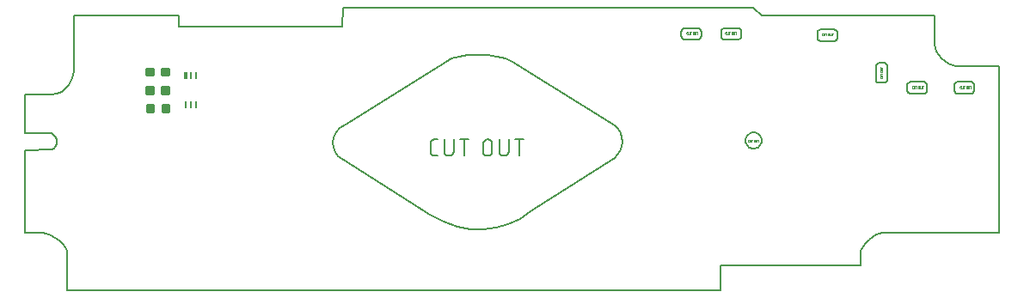
<source format=gbp>
G75*
%MOIN*%
%OFA0B0*%
%FSLAX25Y25*%
%IPPOS*%
%LPD*%
%AMOC8*
5,1,8,0,0,1.08239X$1,22.5*
%
%ADD10C,0.00600*%
%ADD11C,0.00500*%
%ADD12C,0.00800*%
%ADD13C,0.00000*%
%ADD14C,0.00875*%
%ADD15R,0.01181X0.02765*%
%ADD16R,0.00984X0.02765*%
D10*
X0021423Y0038877D02*
X0021423Y0053068D01*
X0021193Y0054223D01*
X0020546Y0055511D01*
X0019546Y0056843D01*
X0018260Y0058131D01*
X0016751Y0059287D01*
X0015086Y0060221D01*
X0013329Y0060847D01*
X0011546Y0061075D01*
X0005020Y0061075D01*
X0005020Y0093285D01*
X0015209Y0093363D01*
X0016100Y0093845D01*
X0016736Y0094600D01*
X0017115Y0095536D01*
X0017240Y0096561D01*
X0017110Y0097585D01*
X0016728Y0098513D01*
X0016094Y0099256D01*
X0015209Y0099720D01*
X0005020Y0099735D01*
X0005020Y0114803D02*
X0015209Y0114803D01*
X0017371Y0115090D01*
X0019206Y0115887D01*
X0020725Y0117096D01*
X0021940Y0118620D01*
X0022864Y0120362D01*
X0023509Y0122225D01*
X0023887Y0124111D01*
X0024010Y0125924D01*
X0024010Y0145461D01*
X0064482Y0145461D02*
X0064482Y0141013D01*
X0127898Y0141164D01*
X0128159Y0148568D01*
X0287331Y0148568D01*
X0290523Y0145461D01*
X0357569Y0145461D01*
X0357592Y0134183D01*
X0357824Y0132969D01*
X0358388Y0131631D01*
X0359236Y0130256D01*
X0360319Y0128933D01*
X0361589Y0127750D01*
X0362996Y0126796D01*
X0364493Y0126160D01*
X0366029Y0125929D01*
X0366305Y0125935D01*
X0382514Y0125924D01*
X0382514Y0061075D01*
X0337320Y0061075D01*
X0336330Y0060907D01*
X0335071Y0060421D01*
X0333666Y0059641D01*
X0332239Y0058595D01*
X0330914Y0057307D01*
X0329814Y0055804D01*
X0329064Y0054111D01*
X0328786Y0052254D01*
X0328786Y0048361D01*
X0274578Y0048361D01*
X0274578Y0038877D01*
X0021423Y0038877D01*
X0126410Y0090966D02*
X0127945Y0089783D01*
X0161985Y0068189D01*
X0167243Y0065449D01*
X0172474Y0063607D01*
X0177638Y0062628D01*
X0182694Y0062478D01*
X0187600Y0063119D01*
X0192316Y0064518D01*
X0196799Y0066639D01*
X0201009Y0069447D01*
X0233615Y0090159D01*
X0234698Y0091402D01*
X0235563Y0092915D01*
X0236162Y0094612D01*
X0236449Y0096404D01*
X0236379Y0098204D01*
X0235903Y0099923D01*
X0234977Y0101475D01*
X0233553Y0102771D01*
X0193820Y0127595D01*
X0191312Y0128804D01*
X0188092Y0129643D01*
X0184420Y0130126D01*
X0180556Y0130263D01*
X0176760Y0130067D01*
X0173294Y0129549D01*
X0170418Y0128721D01*
X0168391Y0127595D01*
X0129125Y0103236D01*
X0127037Y0101738D01*
X0125577Y0099993D01*
X0124709Y0098097D01*
X0124394Y0096150D01*
X0124597Y0094247D01*
X0125282Y0092486D01*
X0126410Y0090966D01*
X0162217Y0092431D02*
X0162217Y0095986D01*
X0162219Y0096060D01*
X0162225Y0096135D01*
X0162235Y0096208D01*
X0162248Y0096282D01*
X0162265Y0096354D01*
X0162287Y0096425D01*
X0162311Y0096496D01*
X0162340Y0096564D01*
X0162372Y0096632D01*
X0162408Y0096697D01*
X0162446Y0096760D01*
X0162489Y0096822D01*
X0162534Y0096881D01*
X0162582Y0096937D01*
X0162633Y0096992D01*
X0162687Y0097043D01*
X0162744Y0097091D01*
X0162803Y0097136D01*
X0162865Y0097179D01*
X0162928Y0097217D01*
X0162993Y0097253D01*
X0163061Y0097285D01*
X0163129Y0097314D01*
X0163200Y0097338D01*
X0163271Y0097360D01*
X0163343Y0097377D01*
X0163417Y0097390D01*
X0163490Y0097400D01*
X0163565Y0097406D01*
X0163639Y0097408D01*
X0165061Y0097408D01*
X0167566Y0097408D02*
X0167566Y0092786D01*
X0167568Y0092703D01*
X0167574Y0092620D01*
X0167584Y0092537D01*
X0167597Y0092454D01*
X0167615Y0092373D01*
X0167636Y0092292D01*
X0167661Y0092213D01*
X0167690Y0092135D01*
X0167722Y0092058D01*
X0167758Y0091983D01*
X0167797Y0091909D01*
X0167840Y0091838D01*
X0167886Y0091768D01*
X0167936Y0091701D01*
X0167988Y0091636D01*
X0168043Y0091574D01*
X0168102Y0091514D01*
X0168163Y0091457D01*
X0168226Y0091403D01*
X0168292Y0091352D01*
X0168361Y0091305D01*
X0168431Y0091260D01*
X0168504Y0091219D01*
X0168578Y0091182D01*
X0168654Y0091147D01*
X0168732Y0091117D01*
X0168810Y0091090D01*
X0168891Y0091067D01*
X0168972Y0091047D01*
X0169054Y0091032D01*
X0169136Y0091020D01*
X0169219Y0091012D01*
X0169302Y0091008D01*
X0169386Y0091008D01*
X0169469Y0091012D01*
X0169552Y0091020D01*
X0169634Y0091032D01*
X0169716Y0091047D01*
X0169797Y0091067D01*
X0169878Y0091090D01*
X0169956Y0091117D01*
X0170034Y0091147D01*
X0170110Y0091182D01*
X0170184Y0091219D01*
X0170257Y0091260D01*
X0170327Y0091305D01*
X0170396Y0091352D01*
X0170462Y0091403D01*
X0170525Y0091457D01*
X0170586Y0091514D01*
X0170645Y0091574D01*
X0170700Y0091636D01*
X0170752Y0091701D01*
X0170802Y0091768D01*
X0170848Y0091838D01*
X0170891Y0091909D01*
X0170930Y0091983D01*
X0170966Y0092058D01*
X0170998Y0092135D01*
X0171027Y0092213D01*
X0171052Y0092292D01*
X0171073Y0092373D01*
X0171091Y0092454D01*
X0171104Y0092537D01*
X0171114Y0092620D01*
X0171120Y0092703D01*
X0171122Y0092786D01*
X0171121Y0092786D02*
X0171121Y0097408D01*
X0173515Y0097408D02*
X0177070Y0097408D01*
X0175292Y0097408D02*
X0175292Y0091008D01*
X0182541Y0092786D02*
X0182541Y0095631D01*
X0182540Y0095631D02*
X0182542Y0095714D01*
X0182548Y0095797D01*
X0182558Y0095880D01*
X0182571Y0095963D01*
X0182589Y0096044D01*
X0182610Y0096125D01*
X0182635Y0096204D01*
X0182664Y0096282D01*
X0182696Y0096359D01*
X0182732Y0096434D01*
X0182771Y0096508D01*
X0182814Y0096579D01*
X0182860Y0096649D01*
X0182910Y0096716D01*
X0182962Y0096781D01*
X0183017Y0096843D01*
X0183076Y0096903D01*
X0183137Y0096960D01*
X0183200Y0097014D01*
X0183266Y0097065D01*
X0183335Y0097112D01*
X0183405Y0097157D01*
X0183478Y0097198D01*
X0183552Y0097235D01*
X0183628Y0097270D01*
X0183706Y0097300D01*
X0183784Y0097327D01*
X0183865Y0097350D01*
X0183946Y0097370D01*
X0184028Y0097385D01*
X0184110Y0097397D01*
X0184193Y0097405D01*
X0184276Y0097409D01*
X0184360Y0097409D01*
X0184443Y0097405D01*
X0184526Y0097397D01*
X0184608Y0097385D01*
X0184690Y0097370D01*
X0184771Y0097350D01*
X0184852Y0097327D01*
X0184930Y0097300D01*
X0185008Y0097270D01*
X0185084Y0097235D01*
X0185158Y0097198D01*
X0185231Y0097157D01*
X0185301Y0097112D01*
X0185370Y0097065D01*
X0185436Y0097014D01*
X0185499Y0096960D01*
X0185560Y0096903D01*
X0185619Y0096843D01*
X0185674Y0096781D01*
X0185726Y0096716D01*
X0185776Y0096649D01*
X0185822Y0096579D01*
X0185865Y0096508D01*
X0185904Y0096434D01*
X0185940Y0096359D01*
X0185972Y0096282D01*
X0186001Y0096204D01*
X0186026Y0096125D01*
X0186047Y0096044D01*
X0186065Y0095963D01*
X0186078Y0095880D01*
X0186088Y0095797D01*
X0186094Y0095714D01*
X0186096Y0095631D01*
X0186096Y0092786D01*
X0186094Y0092703D01*
X0186088Y0092620D01*
X0186078Y0092537D01*
X0186065Y0092454D01*
X0186047Y0092373D01*
X0186026Y0092292D01*
X0186001Y0092213D01*
X0185972Y0092135D01*
X0185940Y0092058D01*
X0185904Y0091983D01*
X0185865Y0091909D01*
X0185822Y0091838D01*
X0185776Y0091768D01*
X0185726Y0091701D01*
X0185674Y0091636D01*
X0185619Y0091574D01*
X0185560Y0091514D01*
X0185499Y0091457D01*
X0185436Y0091403D01*
X0185370Y0091352D01*
X0185301Y0091305D01*
X0185231Y0091260D01*
X0185158Y0091219D01*
X0185084Y0091182D01*
X0185008Y0091147D01*
X0184930Y0091117D01*
X0184852Y0091090D01*
X0184771Y0091067D01*
X0184690Y0091047D01*
X0184608Y0091032D01*
X0184526Y0091020D01*
X0184443Y0091012D01*
X0184360Y0091008D01*
X0184276Y0091008D01*
X0184193Y0091012D01*
X0184110Y0091020D01*
X0184028Y0091032D01*
X0183946Y0091047D01*
X0183865Y0091067D01*
X0183784Y0091090D01*
X0183706Y0091117D01*
X0183628Y0091147D01*
X0183552Y0091182D01*
X0183478Y0091219D01*
X0183405Y0091260D01*
X0183335Y0091305D01*
X0183266Y0091352D01*
X0183200Y0091403D01*
X0183137Y0091457D01*
X0183076Y0091514D01*
X0183017Y0091574D01*
X0182962Y0091636D01*
X0182910Y0091701D01*
X0182860Y0091768D01*
X0182814Y0091838D01*
X0182771Y0091909D01*
X0182732Y0091983D01*
X0182696Y0092058D01*
X0182664Y0092135D01*
X0182635Y0092213D01*
X0182610Y0092292D01*
X0182589Y0092373D01*
X0182571Y0092454D01*
X0182558Y0092537D01*
X0182548Y0092620D01*
X0182542Y0092703D01*
X0182540Y0092786D01*
X0188900Y0092786D02*
X0188900Y0097408D01*
X0192455Y0097408D02*
X0192455Y0092786D01*
X0192456Y0092786D02*
X0192454Y0092703D01*
X0192448Y0092620D01*
X0192438Y0092537D01*
X0192425Y0092454D01*
X0192407Y0092373D01*
X0192386Y0092292D01*
X0192361Y0092213D01*
X0192332Y0092135D01*
X0192300Y0092058D01*
X0192264Y0091983D01*
X0192225Y0091909D01*
X0192182Y0091838D01*
X0192136Y0091768D01*
X0192086Y0091701D01*
X0192034Y0091636D01*
X0191979Y0091574D01*
X0191920Y0091514D01*
X0191859Y0091457D01*
X0191796Y0091403D01*
X0191730Y0091352D01*
X0191661Y0091305D01*
X0191591Y0091260D01*
X0191518Y0091219D01*
X0191444Y0091182D01*
X0191368Y0091147D01*
X0191290Y0091117D01*
X0191212Y0091090D01*
X0191131Y0091067D01*
X0191050Y0091047D01*
X0190968Y0091032D01*
X0190886Y0091020D01*
X0190803Y0091012D01*
X0190720Y0091008D01*
X0190636Y0091008D01*
X0190553Y0091012D01*
X0190470Y0091020D01*
X0190388Y0091032D01*
X0190306Y0091047D01*
X0190225Y0091067D01*
X0190144Y0091090D01*
X0190066Y0091117D01*
X0189988Y0091147D01*
X0189912Y0091182D01*
X0189838Y0091219D01*
X0189765Y0091260D01*
X0189695Y0091305D01*
X0189626Y0091352D01*
X0189560Y0091403D01*
X0189497Y0091457D01*
X0189436Y0091514D01*
X0189377Y0091574D01*
X0189322Y0091636D01*
X0189270Y0091701D01*
X0189220Y0091768D01*
X0189174Y0091838D01*
X0189131Y0091909D01*
X0189092Y0091983D01*
X0189056Y0092058D01*
X0189024Y0092135D01*
X0188995Y0092213D01*
X0188970Y0092292D01*
X0188949Y0092373D01*
X0188931Y0092454D01*
X0188918Y0092537D01*
X0188908Y0092620D01*
X0188902Y0092703D01*
X0188900Y0092786D01*
X0194849Y0097408D02*
X0198404Y0097408D01*
X0196626Y0097408D02*
X0196626Y0091008D01*
X0165061Y0091008D02*
X0163639Y0091008D01*
X0163639Y0091009D02*
X0163565Y0091011D01*
X0163490Y0091017D01*
X0163417Y0091027D01*
X0163343Y0091040D01*
X0163271Y0091057D01*
X0163200Y0091079D01*
X0163129Y0091103D01*
X0163061Y0091132D01*
X0162993Y0091164D01*
X0162928Y0091200D01*
X0162865Y0091238D01*
X0162803Y0091281D01*
X0162744Y0091326D01*
X0162687Y0091374D01*
X0162633Y0091425D01*
X0162582Y0091479D01*
X0162534Y0091536D01*
X0162489Y0091595D01*
X0162446Y0091657D01*
X0162408Y0091720D01*
X0162372Y0091785D01*
X0162340Y0091853D01*
X0162311Y0091921D01*
X0162287Y0091992D01*
X0162265Y0092063D01*
X0162248Y0092135D01*
X0162235Y0092209D01*
X0162225Y0092282D01*
X0162219Y0092357D01*
X0162217Y0092431D01*
X0259531Y0136897D02*
X0259454Y0137142D01*
X0259427Y0137405D01*
X0259427Y0139289D01*
X0259454Y0139552D01*
X0259531Y0139797D01*
X0259651Y0140020D01*
X0259812Y0140213D01*
X0260005Y0140374D01*
X0260228Y0140495D01*
X0260473Y0140571D01*
X0260736Y0140598D01*
X0265812Y0140598D01*
X0266075Y0140571D01*
X0266320Y0140495D01*
X0266542Y0140374D01*
X0266736Y0140213D01*
X0266896Y0140020D01*
X0267017Y0139797D01*
X0267094Y0139552D01*
X0267120Y0139289D01*
X0267120Y0137405D01*
X0267094Y0137142D01*
X0267017Y0136897D01*
X0266896Y0136675D01*
X0266736Y0136481D01*
X0266542Y0136321D01*
X0266320Y0136200D01*
X0266075Y0136123D01*
X0265812Y0136097D01*
X0260736Y0136097D01*
X0260473Y0136123D01*
X0260228Y0136200D01*
X0260005Y0136321D01*
X0259812Y0136481D01*
X0259651Y0136675D01*
X0259531Y0136897D01*
X0274855Y0137405D02*
X0274855Y0139289D01*
X0274882Y0139552D01*
X0274959Y0139797D01*
X0275079Y0140020D01*
X0275240Y0140213D01*
X0275433Y0140374D01*
X0275655Y0140495D01*
X0275901Y0140571D01*
X0276163Y0140598D01*
X0281240Y0140598D01*
X0281503Y0140571D01*
X0281748Y0140495D01*
X0281970Y0140374D01*
X0282164Y0140213D01*
X0282324Y0140020D01*
X0282445Y0139797D01*
X0282522Y0139552D01*
X0282548Y0139289D01*
X0282548Y0137405D01*
X0282522Y0137142D01*
X0282445Y0136897D01*
X0282324Y0136675D01*
X0282164Y0136481D01*
X0281970Y0136321D01*
X0281748Y0136200D01*
X0281503Y0136123D01*
X0281240Y0136097D01*
X0276163Y0136097D01*
X0275901Y0136123D01*
X0275655Y0136200D01*
X0275433Y0136321D01*
X0275240Y0136481D01*
X0275079Y0136675D01*
X0274959Y0136897D01*
X0274882Y0137142D01*
X0274855Y0137405D01*
X0312203Y0136890D02*
X0312203Y0138774D01*
X0312230Y0139037D01*
X0312307Y0139282D01*
X0312427Y0139504D01*
X0312588Y0139698D01*
X0312781Y0139858D01*
X0313003Y0139979D01*
X0313249Y0140056D01*
X0313511Y0140082D01*
X0318588Y0140082D01*
X0318851Y0140056D01*
X0319096Y0139979D01*
X0319318Y0139858D01*
X0319512Y0139698D01*
X0319672Y0139504D01*
X0319793Y0139282D01*
X0319870Y0139037D01*
X0319896Y0138774D01*
X0319896Y0136890D01*
X0319870Y0136627D01*
X0319793Y0136382D01*
X0319672Y0136160D01*
X0319512Y0135966D01*
X0319318Y0135806D01*
X0319096Y0135685D01*
X0318851Y0135608D01*
X0318588Y0135582D01*
X0313511Y0135582D01*
X0313249Y0135608D01*
X0313003Y0135685D01*
X0312781Y0135806D01*
X0312588Y0135966D01*
X0312427Y0136160D01*
X0312307Y0136382D01*
X0312230Y0136627D01*
X0312203Y0136890D01*
X0334887Y0126223D02*
X0335008Y0126445D01*
X0335168Y0126639D01*
X0335362Y0126799D01*
X0335584Y0126920D01*
X0335829Y0126996D01*
X0336092Y0127023D01*
X0337976Y0127023D01*
X0338239Y0126996D01*
X0338484Y0126920D01*
X0338707Y0126799D01*
X0338901Y0126639D01*
X0339061Y0126445D01*
X0339182Y0126223D01*
X0339258Y0125978D01*
X0339285Y0125715D01*
X0339285Y0120638D01*
X0339258Y0120375D01*
X0339182Y0120130D01*
X0339061Y0119908D01*
X0338901Y0119714D01*
X0338707Y0119554D01*
X0338484Y0119433D01*
X0338239Y0119357D01*
X0337976Y0119330D01*
X0336092Y0119330D01*
X0335829Y0119357D01*
X0335584Y0119433D01*
X0335362Y0119554D01*
X0335168Y0119714D01*
X0335008Y0119908D01*
X0334887Y0120130D01*
X0334811Y0120375D01*
X0334784Y0120638D01*
X0334784Y0125715D01*
X0334811Y0125978D01*
X0334887Y0126223D01*
X0347197Y0119106D02*
X0347357Y0119300D01*
X0347551Y0119460D01*
X0347773Y0119581D01*
X0348018Y0119658D01*
X0348281Y0119684D01*
X0353357Y0119684D01*
X0353620Y0119658D01*
X0353865Y0119581D01*
X0354088Y0119460D01*
X0354281Y0119300D01*
X0354442Y0119106D01*
X0354562Y0118884D01*
X0354639Y0118639D01*
X0354666Y0118376D01*
X0354666Y0116492D01*
X0354639Y0116229D01*
X0354562Y0115984D01*
X0354442Y0115761D01*
X0354281Y0115567D01*
X0354088Y0115407D01*
X0353865Y0115286D01*
X0353620Y0115210D01*
X0353357Y0115183D01*
X0348281Y0115183D01*
X0348018Y0115210D01*
X0347773Y0115286D01*
X0347551Y0115407D01*
X0347357Y0115567D01*
X0347197Y0115761D01*
X0347076Y0115984D01*
X0346999Y0116229D01*
X0346973Y0116492D01*
X0346973Y0118376D01*
X0346999Y0118639D01*
X0347076Y0118884D01*
X0347197Y0119106D01*
X0365296Y0118376D02*
X0365296Y0116492D01*
X0365323Y0116229D01*
X0365399Y0115984D01*
X0365520Y0115761D01*
X0365681Y0115567D01*
X0365874Y0115407D01*
X0366097Y0115286D01*
X0366342Y0115210D01*
X0366605Y0115183D01*
X0371681Y0115183D01*
X0371944Y0115210D01*
X0372189Y0115286D01*
X0372411Y0115407D01*
X0372605Y0115567D01*
X0372765Y0115761D01*
X0372886Y0115984D01*
X0372962Y0116229D01*
X0372989Y0116492D01*
X0372989Y0118376D01*
X0372962Y0118639D01*
X0372886Y0118884D01*
X0372765Y0119106D01*
X0372605Y0119300D01*
X0372411Y0119460D01*
X0372189Y0119581D01*
X0371944Y0119658D01*
X0371681Y0119684D01*
X0366605Y0119684D01*
X0366342Y0119658D01*
X0366097Y0119581D01*
X0365874Y0119460D01*
X0365681Y0119300D01*
X0365520Y0119106D01*
X0365399Y0118884D01*
X0365323Y0118639D01*
X0365296Y0118376D01*
X0290480Y0097559D02*
X0290544Y0096924D01*
X0290484Y0097539D01*
X0290305Y0098129D01*
X0290014Y0098674D01*
X0289622Y0099151D01*
X0289145Y0099543D01*
X0288600Y0099834D01*
X0288009Y0100013D01*
X0287395Y0100074D01*
X0286780Y0100013D01*
X0286189Y0099834D01*
X0285645Y0099543D01*
X0285168Y0099151D01*
X0284776Y0098674D01*
X0284485Y0098129D01*
X0284306Y0097539D01*
X0284245Y0096924D01*
X0284306Y0096310D01*
X0284485Y0095719D01*
X0284776Y0095174D01*
X0285168Y0094697D01*
X0285645Y0094305D01*
X0286189Y0094014D01*
X0286780Y0093835D01*
X0287395Y0093774D01*
X0288009Y0093835D01*
X0288600Y0094014D01*
X0289145Y0094305D01*
X0289622Y0094697D01*
X0289156Y0094312D01*
X0288621Y0094022D01*
X0288029Y0093839D01*
X0287395Y0093774D01*
X0286760Y0093839D01*
X0286169Y0094022D01*
X0285634Y0094312D01*
X0285168Y0094697D01*
X0284783Y0095163D01*
X0284493Y0095698D01*
X0284309Y0096289D01*
X0284245Y0096924D01*
X0284309Y0097559D01*
X0284493Y0098150D01*
X0284783Y0098685D01*
X0285168Y0099151D01*
X0285634Y0099536D01*
X0286169Y0099826D01*
X0286760Y0100010D01*
X0287395Y0100074D01*
X0288029Y0100010D01*
X0288621Y0099826D01*
X0289156Y0099536D01*
X0289622Y0099151D01*
X0290007Y0098685D01*
X0290297Y0098150D01*
X0290480Y0097559D01*
X0290544Y0096924D02*
X0290484Y0096310D01*
X0290305Y0095719D01*
X0290014Y0095174D01*
X0289622Y0094697D01*
X0290007Y0095163D01*
X0290297Y0095698D01*
X0290480Y0096289D01*
X0290544Y0096924D01*
D11*
X0005020Y0099735D02*
X0005020Y0114803D01*
D12*
X0024010Y0145461D02*
X0064482Y0145461D01*
D13*
X0261417Y0138831D02*
X0261417Y0138386D01*
X0261419Y0138361D01*
X0261424Y0138336D01*
X0261433Y0138312D01*
X0261445Y0138290D01*
X0261460Y0138269D01*
X0261478Y0138251D01*
X0261499Y0138236D01*
X0261521Y0138224D01*
X0261545Y0138215D01*
X0261570Y0138210D01*
X0261595Y0138208D01*
X0261772Y0138208D01*
X0262042Y0138431D02*
X0262042Y0139008D01*
X0261772Y0139008D02*
X0261595Y0139008D01*
X0261595Y0139009D02*
X0261570Y0139007D01*
X0261545Y0139002D01*
X0261521Y0138993D01*
X0261499Y0138981D01*
X0261478Y0138966D01*
X0261460Y0138948D01*
X0261445Y0138927D01*
X0261433Y0138905D01*
X0261424Y0138881D01*
X0261419Y0138856D01*
X0261417Y0138831D01*
X0262042Y0138431D02*
X0262044Y0138402D01*
X0262050Y0138374D01*
X0262059Y0138346D01*
X0262072Y0138320D01*
X0262088Y0138296D01*
X0262107Y0138274D01*
X0262129Y0138255D01*
X0262153Y0138239D01*
X0262179Y0138226D01*
X0262207Y0138217D01*
X0262235Y0138211D01*
X0262264Y0138209D01*
X0262293Y0138211D01*
X0262321Y0138217D01*
X0262349Y0138226D01*
X0262375Y0138239D01*
X0262399Y0138255D01*
X0262421Y0138274D01*
X0262440Y0138296D01*
X0262456Y0138320D01*
X0262469Y0138346D01*
X0262478Y0138374D01*
X0262484Y0138402D01*
X0262486Y0138431D01*
X0262486Y0139008D01*
X0262738Y0139008D02*
X0263182Y0139008D01*
X0262960Y0139008D02*
X0262960Y0138208D01*
X0263794Y0138431D02*
X0263794Y0138786D01*
X0263796Y0138815D01*
X0263802Y0138843D01*
X0263811Y0138871D01*
X0263824Y0138897D01*
X0263840Y0138921D01*
X0263859Y0138943D01*
X0263881Y0138962D01*
X0263905Y0138978D01*
X0263931Y0138991D01*
X0263959Y0139000D01*
X0263987Y0139006D01*
X0264016Y0139008D01*
X0264045Y0139006D01*
X0264073Y0139000D01*
X0264101Y0138991D01*
X0264127Y0138978D01*
X0264151Y0138962D01*
X0264173Y0138943D01*
X0264192Y0138921D01*
X0264208Y0138897D01*
X0264221Y0138871D01*
X0264230Y0138843D01*
X0264236Y0138815D01*
X0264238Y0138786D01*
X0264238Y0138431D01*
X0264236Y0138402D01*
X0264230Y0138374D01*
X0264221Y0138346D01*
X0264208Y0138320D01*
X0264192Y0138296D01*
X0264173Y0138274D01*
X0264151Y0138255D01*
X0264127Y0138239D01*
X0264101Y0138226D01*
X0264073Y0138217D01*
X0264045Y0138211D01*
X0264016Y0138209D01*
X0263987Y0138211D01*
X0263959Y0138217D01*
X0263931Y0138226D01*
X0263905Y0138239D01*
X0263881Y0138255D01*
X0263859Y0138274D01*
X0263840Y0138296D01*
X0263824Y0138320D01*
X0263811Y0138346D01*
X0263802Y0138374D01*
X0263796Y0138402D01*
X0263794Y0138431D01*
X0264538Y0138431D02*
X0264538Y0139008D01*
X0264982Y0139008D02*
X0264982Y0138431D01*
X0264980Y0138402D01*
X0264974Y0138374D01*
X0264965Y0138346D01*
X0264952Y0138320D01*
X0264936Y0138296D01*
X0264917Y0138274D01*
X0264895Y0138255D01*
X0264871Y0138239D01*
X0264845Y0138226D01*
X0264817Y0138217D01*
X0264789Y0138211D01*
X0264760Y0138209D01*
X0264731Y0138211D01*
X0264703Y0138217D01*
X0264675Y0138226D01*
X0264649Y0138239D01*
X0264625Y0138255D01*
X0264603Y0138274D01*
X0264584Y0138296D01*
X0264568Y0138320D01*
X0264555Y0138346D01*
X0264546Y0138374D01*
X0264540Y0138402D01*
X0264538Y0138431D01*
X0265234Y0139008D02*
X0265678Y0139008D01*
X0265456Y0139008D02*
X0265456Y0138208D01*
X0276417Y0138386D02*
X0276417Y0138831D01*
X0276419Y0138856D01*
X0276424Y0138881D01*
X0276433Y0138905D01*
X0276445Y0138927D01*
X0276460Y0138948D01*
X0276478Y0138966D01*
X0276499Y0138981D01*
X0276521Y0138993D01*
X0276545Y0139002D01*
X0276570Y0139007D01*
X0276595Y0139009D01*
X0276595Y0139008D02*
X0276772Y0139008D01*
X0277042Y0139008D02*
X0277042Y0138431D01*
X0277044Y0138402D01*
X0277050Y0138374D01*
X0277059Y0138346D01*
X0277072Y0138320D01*
X0277088Y0138296D01*
X0277107Y0138274D01*
X0277129Y0138255D01*
X0277153Y0138239D01*
X0277179Y0138226D01*
X0277207Y0138217D01*
X0277235Y0138211D01*
X0277264Y0138209D01*
X0277293Y0138211D01*
X0277321Y0138217D01*
X0277349Y0138226D01*
X0277375Y0138239D01*
X0277399Y0138255D01*
X0277421Y0138274D01*
X0277440Y0138296D01*
X0277456Y0138320D01*
X0277469Y0138346D01*
X0277478Y0138374D01*
X0277484Y0138402D01*
X0277486Y0138431D01*
X0277486Y0139008D01*
X0277738Y0139008D02*
X0278182Y0139008D01*
X0277960Y0139008D02*
X0277960Y0138208D01*
X0278794Y0138431D02*
X0278794Y0138786D01*
X0278796Y0138815D01*
X0278802Y0138843D01*
X0278811Y0138871D01*
X0278824Y0138897D01*
X0278840Y0138921D01*
X0278859Y0138943D01*
X0278881Y0138962D01*
X0278905Y0138978D01*
X0278931Y0138991D01*
X0278959Y0139000D01*
X0278987Y0139006D01*
X0279016Y0139008D01*
X0279045Y0139006D01*
X0279073Y0139000D01*
X0279101Y0138991D01*
X0279127Y0138978D01*
X0279151Y0138962D01*
X0279173Y0138943D01*
X0279192Y0138921D01*
X0279208Y0138897D01*
X0279221Y0138871D01*
X0279230Y0138843D01*
X0279236Y0138815D01*
X0279238Y0138786D01*
X0279238Y0138431D01*
X0279236Y0138402D01*
X0279230Y0138374D01*
X0279221Y0138346D01*
X0279208Y0138320D01*
X0279192Y0138296D01*
X0279173Y0138274D01*
X0279151Y0138255D01*
X0279127Y0138239D01*
X0279101Y0138226D01*
X0279073Y0138217D01*
X0279045Y0138211D01*
X0279016Y0138209D01*
X0278987Y0138211D01*
X0278959Y0138217D01*
X0278931Y0138226D01*
X0278905Y0138239D01*
X0278881Y0138255D01*
X0278859Y0138274D01*
X0278840Y0138296D01*
X0278824Y0138320D01*
X0278811Y0138346D01*
X0278802Y0138374D01*
X0278796Y0138402D01*
X0278794Y0138431D01*
X0279538Y0138431D02*
X0279538Y0139008D01*
X0279982Y0139008D02*
X0279982Y0138431D01*
X0279980Y0138402D01*
X0279974Y0138374D01*
X0279965Y0138346D01*
X0279952Y0138320D01*
X0279936Y0138296D01*
X0279917Y0138274D01*
X0279895Y0138255D01*
X0279871Y0138239D01*
X0279845Y0138226D01*
X0279817Y0138217D01*
X0279789Y0138211D01*
X0279760Y0138209D01*
X0279731Y0138211D01*
X0279703Y0138217D01*
X0279675Y0138226D01*
X0279649Y0138239D01*
X0279625Y0138255D01*
X0279603Y0138274D01*
X0279584Y0138296D01*
X0279568Y0138320D01*
X0279555Y0138346D01*
X0279546Y0138374D01*
X0279540Y0138402D01*
X0279538Y0138431D01*
X0280234Y0139008D02*
X0280678Y0139008D01*
X0280456Y0139008D02*
X0280456Y0138208D01*
X0276772Y0138208D02*
X0276595Y0138208D01*
X0276570Y0138210D01*
X0276545Y0138215D01*
X0276521Y0138224D01*
X0276499Y0138236D01*
X0276478Y0138251D01*
X0276460Y0138269D01*
X0276445Y0138290D01*
X0276433Y0138312D01*
X0276424Y0138336D01*
X0276419Y0138361D01*
X0276417Y0138386D01*
X0313917Y0138331D02*
X0313917Y0137886D01*
X0313919Y0137861D01*
X0313924Y0137836D01*
X0313933Y0137812D01*
X0313945Y0137790D01*
X0313960Y0137769D01*
X0313978Y0137751D01*
X0313999Y0137736D01*
X0314021Y0137724D01*
X0314045Y0137715D01*
X0314070Y0137710D01*
X0314095Y0137708D01*
X0314272Y0137708D01*
X0314542Y0137931D02*
X0314542Y0138508D01*
X0314272Y0138508D02*
X0314095Y0138508D01*
X0314095Y0138509D02*
X0314070Y0138507D01*
X0314045Y0138502D01*
X0314021Y0138493D01*
X0313999Y0138481D01*
X0313978Y0138466D01*
X0313960Y0138448D01*
X0313945Y0138427D01*
X0313933Y0138405D01*
X0313924Y0138381D01*
X0313919Y0138356D01*
X0313917Y0138331D01*
X0314542Y0137931D02*
X0314544Y0137902D01*
X0314550Y0137874D01*
X0314559Y0137846D01*
X0314572Y0137820D01*
X0314588Y0137796D01*
X0314607Y0137774D01*
X0314629Y0137755D01*
X0314653Y0137739D01*
X0314679Y0137726D01*
X0314707Y0137717D01*
X0314735Y0137711D01*
X0314764Y0137709D01*
X0314793Y0137711D01*
X0314821Y0137717D01*
X0314849Y0137726D01*
X0314875Y0137739D01*
X0314899Y0137755D01*
X0314921Y0137774D01*
X0314940Y0137796D01*
X0314956Y0137820D01*
X0314969Y0137846D01*
X0314978Y0137874D01*
X0314984Y0137902D01*
X0314986Y0137931D01*
X0314986Y0138508D01*
X0315238Y0138508D02*
X0315682Y0138508D01*
X0315460Y0138508D02*
X0315460Y0137708D01*
X0316294Y0137931D02*
X0316294Y0138286D01*
X0316296Y0138315D01*
X0316302Y0138343D01*
X0316311Y0138371D01*
X0316324Y0138397D01*
X0316340Y0138421D01*
X0316359Y0138443D01*
X0316381Y0138462D01*
X0316405Y0138478D01*
X0316431Y0138491D01*
X0316459Y0138500D01*
X0316487Y0138506D01*
X0316516Y0138508D01*
X0316545Y0138506D01*
X0316573Y0138500D01*
X0316601Y0138491D01*
X0316627Y0138478D01*
X0316651Y0138462D01*
X0316673Y0138443D01*
X0316692Y0138421D01*
X0316708Y0138397D01*
X0316721Y0138371D01*
X0316730Y0138343D01*
X0316736Y0138315D01*
X0316738Y0138286D01*
X0316738Y0137931D01*
X0316736Y0137902D01*
X0316730Y0137874D01*
X0316721Y0137846D01*
X0316708Y0137820D01*
X0316692Y0137796D01*
X0316673Y0137774D01*
X0316651Y0137755D01*
X0316627Y0137739D01*
X0316601Y0137726D01*
X0316573Y0137717D01*
X0316545Y0137711D01*
X0316516Y0137709D01*
X0316487Y0137711D01*
X0316459Y0137717D01*
X0316431Y0137726D01*
X0316405Y0137739D01*
X0316381Y0137755D01*
X0316359Y0137774D01*
X0316340Y0137796D01*
X0316324Y0137820D01*
X0316311Y0137846D01*
X0316302Y0137874D01*
X0316296Y0137902D01*
X0316294Y0137931D01*
X0317038Y0137931D02*
X0317038Y0138508D01*
X0317482Y0138508D02*
X0317482Y0137931D01*
X0317480Y0137902D01*
X0317474Y0137874D01*
X0317465Y0137846D01*
X0317452Y0137820D01*
X0317436Y0137796D01*
X0317417Y0137774D01*
X0317395Y0137755D01*
X0317371Y0137739D01*
X0317345Y0137726D01*
X0317317Y0137717D01*
X0317289Y0137711D01*
X0317260Y0137709D01*
X0317231Y0137711D01*
X0317203Y0137717D01*
X0317175Y0137726D01*
X0317149Y0137739D01*
X0317125Y0137755D01*
X0317103Y0137774D01*
X0317084Y0137796D01*
X0317068Y0137820D01*
X0317055Y0137846D01*
X0317046Y0137874D01*
X0317040Y0137902D01*
X0317038Y0137931D01*
X0317734Y0138508D02*
X0318178Y0138508D01*
X0317956Y0138508D02*
X0317956Y0137708D01*
X0336617Y0125470D02*
X0336617Y0125025D01*
X0336617Y0125248D02*
X0337417Y0125248D01*
X0337195Y0124774D02*
X0336617Y0124774D01*
X0336617Y0124329D02*
X0337195Y0124329D01*
X0337195Y0124330D02*
X0337224Y0124332D01*
X0337252Y0124338D01*
X0337280Y0124347D01*
X0337306Y0124360D01*
X0337330Y0124376D01*
X0337352Y0124395D01*
X0337371Y0124417D01*
X0337387Y0124441D01*
X0337400Y0124467D01*
X0337409Y0124495D01*
X0337415Y0124523D01*
X0337417Y0124552D01*
X0337415Y0124581D01*
X0337409Y0124609D01*
X0337400Y0124637D01*
X0337387Y0124663D01*
X0337371Y0124687D01*
X0337352Y0124709D01*
X0337330Y0124728D01*
X0337306Y0124744D01*
X0337280Y0124757D01*
X0337252Y0124766D01*
X0337224Y0124772D01*
X0337195Y0124774D01*
X0337195Y0124030D02*
X0336839Y0124030D01*
X0336810Y0124028D01*
X0336782Y0124022D01*
X0336754Y0124013D01*
X0336728Y0124000D01*
X0336704Y0123984D01*
X0336682Y0123965D01*
X0336663Y0123943D01*
X0336647Y0123919D01*
X0336634Y0123893D01*
X0336625Y0123865D01*
X0336619Y0123837D01*
X0336617Y0123808D01*
X0336619Y0123779D01*
X0336625Y0123751D01*
X0336634Y0123723D01*
X0336647Y0123697D01*
X0336663Y0123673D01*
X0336682Y0123651D01*
X0336704Y0123632D01*
X0336728Y0123616D01*
X0336754Y0123603D01*
X0336782Y0123594D01*
X0336810Y0123588D01*
X0336839Y0123586D01*
X0336839Y0123585D02*
X0337195Y0123585D01*
X0337195Y0123586D02*
X0337224Y0123588D01*
X0337252Y0123594D01*
X0337280Y0123603D01*
X0337306Y0123616D01*
X0337330Y0123632D01*
X0337352Y0123651D01*
X0337371Y0123673D01*
X0337387Y0123697D01*
X0337400Y0123723D01*
X0337409Y0123751D01*
X0337415Y0123779D01*
X0337417Y0123808D01*
X0337415Y0123837D01*
X0337409Y0123865D01*
X0337400Y0123893D01*
X0337387Y0123919D01*
X0337371Y0123943D01*
X0337352Y0123965D01*
X0337330Y0123984D01*
X0337306Y0124000D01*
X0337280Y0124013D01*
X0337252Y0124022D01*
X0337224Y0124028D01*
X0337195Y0124030D01*
X0336617Y0122974D02*
X0336617Y0122529D01*
X0336617Y0122752D02*
X0337417Y0122752D01*
X0337195Y0122278D02*
X0336617Y0122278D01*
X0336617Y0121833D02*
X0337195Y0121833D01*
X0337195Y0121834D02*
X0337224Y0121836D01*
X0337252Y0121842D01*
X0337280Y0121851D01*
X0337306Y0121864D01*
X0337330Y0121880D01*
X0337352Y0121899D01*
X0337371Y0121921D01*
X0337387Y0121945D01*
X0337400Y0121971D01*
X0337409Y0121999D01*
X0337415Y0122027D01*
X0337417Y0122056D01*
X0337415Y0122085D01*
X0337409Y0122113D01*
X0337400Y0122141D01*
X0337387Y0122167D01*
X0337371Y0122191D01*
X0337352Y0122213D01*
X0337330Y0122232D01*
X0337306Y0122248D01*
X0337280Y0122261D01*
X0337252Y0122270D01*
X0337224Y0122276D01*
X0337195Y0122278D01*
X0337417Y0121564D02*
X0337417Y0121386D01*
X0337415Y0121361D01*
X0337410Y0121336D01*
X0337401Y0121312D01*
X0337389Y0121290D01*
X0337374Y0121269D01*
X0337356Y0121251D01*
X0337335Y0121236D01*
X0337313Y0121224D01*
X0337289Y0121215D01*
X0337264Y0121210D01*
X0337239Y0121208D01*
X0336795Y0121208D01*
X0336770Y0121210D01*
X0336745Y0121215D01*
X0336721Y0121224D01*
X0336699Y0121236D01*
X0336678Y0121251D01*
X0336660Y0121269D01*
X0336645Y0121290D01*
X0336633Y0121312D01*
X0336624Y0121336D01*
X0336619Y0121361D01*
X0336617Y0121386D01*
X0336617Y0121564D01*
X0348917Y0117831D02*
X0348917Y0117386D01*
X0348919Y0117361D01*
X0348924Y0117336D01*
X0348933Y0117312D01*
X0348945Y0117290D01*
X0348960Y0117269D01*
X0348978Y0117251D01*
X0348999Y0117236D01*
X0349021Y0117224D01*
X0349045Y0117215D01*
X0349070Y0117210D01*
X0349095Y0117208D01*
X0349272Y0117208D01*
X0349542Y0117431D02*
X0349542Y0118008D01*
X0349272Y0118008D02*
X0349095Y0118008D01*
X0349095Y0118009D02*
X0349070Y0118007D01*
X0349045Y0118002D01*
X0349021Y0117993D01*
X0348999Y0117981D01*
X0348978Y0117966D01*
X0348960Y0117948D01*
X0348945Y0117927D01*
X0348933Y0117905D01*
X0348924Y0117881D01*
X0348919Y0117856D01*
X0348917Y0117831D01*
X0349542Y0117431D02*
X0349544Y0117402D01*
X0349550Y0117374D01*
X0349559Y0117346D01*
X0349572Y0117320D01*
X0349588Y0117296D01*
X0349607Y0117274D01*
X0349629Y0117255D01*
X0349653Y0117239D01*
X0349679Y0117226D01*
X0349707Y0117217D01*
X0349735Y0117211D01*
X0349764Y0117209D01*
X0349793Y0117211D01*
X0349821Y0117217D01*
X0349849Y0117226D01*
X0349875Y0117239D01*
X0349899Y0117255D01*
X0349921Y0117274D01*
X0349940Y0117296D01*
X0349956Y0117320D01*
X0349969Y0117346D01*
X0349978Y0117374D01*
X0349984Y0117402D01*
X0349986Y0117431D01*
X0349986Y0118008D01*
X0350238Y0118008D02*
X0350682Y0118008D01*
X0350460Y0118008D02*
X0350460Y0117208D01*
X0351294Y0117431D02*
X0351294Y0117786D01*
X0351296Y0117815D01*
X0351302Y0117843D01*
X0351311Y0117871D01*
X0351324Y0117897D01*
X0351340Y0117921D01*
X0351359Y0117943D01*
X0351381Y0117962D01*
X0351405Y0117978D01*
X0351431Y0117991D01*
X0351459Y0118000D01*
X0351487Y0118006D01*
X0351516Y0118008D01*
X0351545Y0118006D01*
X0351573Y0118000D01*
X0351601Y0117991D01*
X0351627Y0117978D01*
X0351651Y0117962D01*
X0351673Y0117943D01*
X0351692Y0117921D01*
X0351708Y0117897D01*
X0351721Y0117871D01*
X0351730Y0117843D01*
X0351736Y0117815D01*
X0351738Y0117786D01*
X0351738Y0117431D01*
X0351736Y0117402D01*
X0351730Y0117374D01*
X0351721Y0117346D01*
X0351708Y0117320D01*
X0351692Y0117296D01*
X0351673Y0117274D01*
X0351651Y0117255D01*
X0351627Y0117239D01*
X0351601Y0117226D01*
X0351573Y0117217D01*
X0351545Y0117211D01*
X0351516Y0117209D01*
X0351487Y0117211D01*
X0351459Y0117217D01*
X0351431Y0117226D01*
X0351405Y0117239D01*
X0351381Y0117255D01*
X0351359Y0117274D01*
X0351340Y0117296D01*
X0351324Y0117320D01*
X0351311Y0117346D01*
X0351302Y0117374D01*
X0351296Y0117402D01*
X0351294Y0117431D01*
X0352038Y0117431D02*
X0352038Y0118008D01*
X0352482Y0118008D02*
X0352482Y0117431D01*
X0352480Y0117402D01*
X0352474Y0117374D01*
X0352465Y0117346D01*
X0352452Y0117320D01*
X0352436Y0117296D01*
X0352417Y0117274D01*
X0352395Y0117255D01*
X0352371Y0117239D01*
X0352345Y0117226D01*
X0352317Y0117217D01*
X0352289Y0117211D01*
X0352260Y0117209D01*
X0352231Y0117211D01*
X0352203Y0117217D01*
X0352175Y0117226D01*
X0352149Y0117239D01*
X0352125Y0117255D01*
X0352103Y0117274D01*
X0352084Y0117296D01*
X0352068Y0117320D01*
X0352055Y0117346D01*
X0352046Y0117374D01*
X0352040Y0117402D01*
X0352038Y0117431D01*
X0352734Y0118008D02*
X0353178Y0118008D01*
X0352956Y0118008D02*
X0352956Y0117208D01*
X0367417Y0117386D02*
X0367417Y0117831D01*
X0367419Y0117856D01*
X0367424Y0117881D01*
X0367433Y0117905D01*
X0367445Y0117927D01*
X0367460Y0117948D01*
X0367478Y0117966D01*
X0367499Y0117981D01*
X0367521Y0117993D01*
X0367545Y0118002D01*
X0367570Y0118007D01*
X0367595Y0118009D01*
X0367595Y0118008D02*
X0367772Y0118008D01*
X0368042Y0118008D02*
X0368042Y0117431D01*
X0368044Y0117402D01*
X0368050Y0117374D01*
X0368059Y0117346D01*
X0368072Y0117320D01*
X0368088Y0117296D01*
X0368107Y0117274D01*
X0368129Y0117255D01*
X0368153Y0117239D01*
X0368179Y0117226D01*
X0368207Y0117217D01*
X0368235Y0117211D01*
X0368264Y0117209D01*
X0368293Y0117211D01*
X0368321Y0117217D01*
X0368349Y0117226D01*
X0368375Y0117239D01*
X0368399Y0117255D01*
X0368421Y0117274D01*
X0368440Y0117296D01*
X0368456Y0117320D01*
X0368469Y0117346D01*
X0368478Y0117374D01*
X0368484Y0117402D01*
X0368486Y0117431D01*
X0368486Y0118008D01*
X0368738Y0118008D02*
X0369182Y0118008D01*
X0368960Y0118008D02*
X0368960Y0117208D01*
X0369794Y0117431D02*
X0369794Y0117786D01*
X0369796Y0117815D01*
X0369802Y0117843D01*
X0369811Y0117871D01*
X0369824Y0117897D01*
X0369840Y0117921D01*
X0369859Y0117943D01*
X0369881Y0117962D01*
X0369905Y0117978D01*
X0369931Y0117991D01*
X0369959Y0118000D01*
X0369987Y0118006D01*
X0370016Y0118008D01*
X0370045Y0118006D01*
X0370073Y0118000D01*
X0370101Y0117991D01*
X0370127Y0117978D01*
X0370151Y0117962D01*
X0370173Y0117943D01*
X0370192Y0117921D01*
X0370208Y0117897D01*
X0370221Y0117871D01*
X0370230Y0117843D01*
X0370236Y0117815D01*
X0370238Y0117786D01*
X0370238Y0117431D01*
X0370236Y0117402D01*
X0370230Y0117374D01*
X0370221Y0117346D01*
X0370208Y0117320D01*
X0370192Y0117296D01*
X0370173Y0117274D01*
X0370151Y0117255D01*
X0370127Y0117239D01*
X0370101Y0117226D01*
X0370073Y0117217D01*
X0370045Y0117211D01*
X0370016Y0117209D01*
X0369987Y0117211D01*
X0369959Y0117217D01*
X0369931Y0117226D01*
X0369905Y0117239D01*
X0369881Y0117255D01*
X0369859Y0117274D01*
X0369840Y0117296D01*
X0369824Y0117320D01*
X0369811Y0117346D01*
X0369802Y0117374D01*
X0369796Y0117402D01*
X0369794Y0117431D01*
X0370538Y0117431D02*
X0370538Y0118008D01*
X0370982Y0118008D02*
X0370982Y0117431D01*
X0370980Y0117402D01*
X0370974Y0117374D01*
X0370965Y0117346D01*
X0370952Y0117320D01*
X0370936Y0117296D01*
X0370917Y0117274D01*
X0370895Y0117255D01*
X0370871Y0117239D01*
X0370845Y0117226D01*
X0370817Y0117217D01*
X0370789Y0117211D01*
X0370760Y0117209D01*
X0370731Y0117211D01*
X0370703Y0117217D01*
X0370675Y0117226D01*
X0370649Y0117239D01*
X0370625Y0117255D01*
X0370603Y0117274D01*
X0370584Y0117296D01*
X0370568Y0117320D01*
X0370555Y0117346D01*
X0370546Y0117374D01*
X0370540Y0117402D01*
X0370538Y0117431D01*
X0371234Y0118008D02*
X0371678Y0118008D01*
X0371456Y0118008D02*
X0371456Y0117208D01*
X0367772Y0117208D02*
X0367595Y0117208D01*
X0367570Y0117210D01*
X0367545Y0117215D01*
X0367521Y0117224D01*
X0367499Y0117236D01*
X0367478Y0117251D01*
X0367460Y0117269D01*
X0367445Y0117290D01*
X0367433Y0117312D01*
X0367424Y0117336D01*
X0367419Y0117361D01*
X0367417Y0117386D01*
X0289417Y0097208D02*
X0288972Y0097208D01*
X0289195Y0097208D02*
X0289195Y0096408D01*
X0288721Y0096631D02*
X0288721Y0097208D01*
X0288276Y0097208D02*
X0288276Y0096631D01*
X0288277Y0096631D02*
X0288279Y0096602D01*
X0288285Y0096574D01*
X0288294Y0096546D01*
X0288307Y0096520D01*
X0288323Y0096496D01*
X0288342Y0096474D01*
X0288364Y0096455D01*
X0288388Y0096439D01*
X0288414Y0096426D01*
X0288442Y0096417D01*
X0288470Y0096411D01*
X0288499Y0096409D01*
X0288528Y0096411D01*
X0288556Y0096417D01*
X0288584Y0096426D01*
X0288610Y0096439D01*
X0288634Y0096455D01*
X0288656Y0096474D01*
X0288675Y0096496D01*
X0288691Y0096520D01*
X0288704Y0096546D01*
X0288713Y0096574D01*
X0288719Y0096602D01*
X0288721Y0096631D01*
X0287977Y0096631D02*
X0287977Y0096986D01*
X0287975Y0097015D01*
X0287969Y0097043D01*
X0287960Y0097071D01*
X0287947Y0097097D01*
X0287931Y0097121D01*
X0287912Y0097143D01*
X0287890Y0097162D01*
X0287866Y0097178D01*
X0287840Y0097191D01*
X0287812Y0097200D01*
X0287784Y0097206D01*
X0287755Y0097208D01*
X0287726Y0097206D01*
X0287698Y0097200D01*
X0287670Y0097191D01*
X0287644Y0097178D01*
X0287620Y0097162D01*
X0287598Y0097143D01*
X0287579Y0097121D01*
X0287563Y0097097D01*
X0287550Y0097071D01*
X0287541Y0097043D01*
X0287535Y0097015D01*
X0287533Y0096986D01*
X0287532Y0096986D02*
X0287532Y0096631D01*
X0287533Y0096631D02*
X0287535Y0096602D01*
X0287541Y0096574D01*
X0287550Y0096546D01*
X0287563Y0096520D01*
X0287579Y0096496D01*
X0287598Y0096474D01*
X0287620Y0096455D01*
X0287644Y0096439D01*
X0287670Y0096426D01*
X0287698Y0096417D01*
X0287726Y0096411D01*
X0287755Y0096409D01*
X0287784Y0096411D01*
X0287812Y0096417D01*
X0287840Y0096426D01*
X0287866Y0096439D01*
X0287890Y0096455D01*
X0287912Y0096474D01*
X0287931Y0096496D01*
X0287947Y0096520D01*
X0287960Y0096546D01*
X0287969Y0096574D01*
X0287975Y0096602D01*
X0287977Y0096631D01*
X0286921Y0097208D02*
X0286476Y0097208D01*
X0286699Y0097208D02*
X0286699Y0096408D01*
X0286225Y0096631D02*
X0286225Y0097208D01*
X0285780Y0097208D02*
X0285780Y0096631D01*
X0285781Y0096631D02*
X0285783Y0096602D01*
X0285789Y0096574D01*
X0285798Y0096546D01*
X0285811Y0096520D01*
X0285827Y0096496D01*
X0285846Y0096474D01*
X0285868Y0096455D01*
X0285892Y0096439D01*
X0285918Y0096426D01*
X0285946Y0096417D01*
X0285974Y0096411D01*
X0286003Y0096409D01*
X0286032Y0096411D01*
X0286060Y0096417D01*
X0286088Y0096426D01*
X0286114Y0096439D01*
X0286138Y0096455D01*
X0286160Y0096474D01*
X0286179Y0096496D01*
X0286195Y0096520D01*
X0286208Y0096546D01*
X0286217Y0096574D01*
X0286223Y0096602D01*
X0286225Y0096631D01*
X0285511Y0096408D02*
X0285333Y0096408D01*
X0285308Y0096410D01*
X0285283Y0096415D01*
X0285259Y0096424D01*
X0285237Y0096436D01*
X0285216Y0096451D01*
X0285198Y0096469D01*
X0285183Y0096490D01*
X0285171Y0096512D01*
X0285162Y0096536D01*
X0285157Y0096561D01*
X0285155Y0096586D01*
X0285155Y0097031D01*
X0285157Y0097056D01*
X0285162Y0097081D01*
X0285171Y0097105D01*
X0285183Y0097127D01*
X0285198Y0097148D01*
X0285216Y0097166D01*
X0285237Y0097181D01*
X0285259Y0097193D01*
X0285283Y0097202D01*
X0285308Y0097207D01*
X0285333Y0097209D01*
X0285333Y0097208D02*
X0285511Y0097208D01*
D14*
X0060730Y0110665D02*
X0058104Y0110665D01*
X0060730Y0110665D02*
X0060730Y0108039D01*
X0058104Y0108039D01*
X0058104Y0110665D01*
X0058104Y0108913D02*
X0060730Y0108913D01*
X0060730Y0109787D02*
X0058104Y0109787D01*
X0058104Y0110661D02*
X0060730Y0110661D01*
X0054730Y0110665D02*
X0052104Y0110665D01*
X0054730Y0110665D02*
X0054730Y0108039D01*
X0052104Y0108039D01*
X0052104Y0110665D01*
X0052104Y0108913D02*
X0054730Y0108913D01*
X0054730Y0109787D02*
X0052104Y0109787D01*
X0052104Y0110661D02*
X0054730Y0110661D01*
X0054658Y0117862D02*
X0052032Y0117862D01*
X0054658Y0117862D02*
X0054658Y0115236D01*
X0052032Y0115236D01*
X0052032Y0117862D01*
X0052032Y0116110D02*
X0054658Y0116110D01*
X0054658Y0116984D02*
X0052032Y0116984D01*
X0052032Y0117858D02*
X0054658Y0117858D01*
X0058032Y0117862D02*
X0060658Y0117862D01*
X0060658Y0115236D01*
X0058032Y0115236D01*
X0058032Y0117862D01*
X0058032Y0116110D02*
X0060658Y0116110D01*
X0060658Y0116984D02*
X0058032Y0116984D01*
X0058032Y0117858D02*
X0060658Y0117858D01*
X0060658Y0124968D02*
X0058032Y0124968D01*
X0060658Y0124968D02*
X0060658Y0122342D01*
X0058032Y0122342D01*
X0058032Y0124968D01*
X0058032Y0123216D02*
X0060658Y0123216D01*
X0060658Y0124090D02*
X0058032Y0124090D01*
X0058032Y0124964D02*
X0060658Y0124964D01*
X0054658Y0124968D02*
X0052032Y0124968D01*
X0054658Y0124968D02*
X0054658Y0122342D01*
X0052032Y0122342D01*
X0052032Y0124968D01*
X0052032Y0123216D02*
X0054658Y0123216D01*
X0054658Y0124090D02*
X0052032Y0124090D01*
X0052032Y0124964D02*
X0054658Y0124964D01*
D15*
X0067169Y0122209D03*
D16*
X0069236Y0122209D03*
X0071204Y0122209D03*
X0071204Y0110782D03*
X0069236Y0110782D03*
X0067267Y0110782D03*
M02*

</source>
